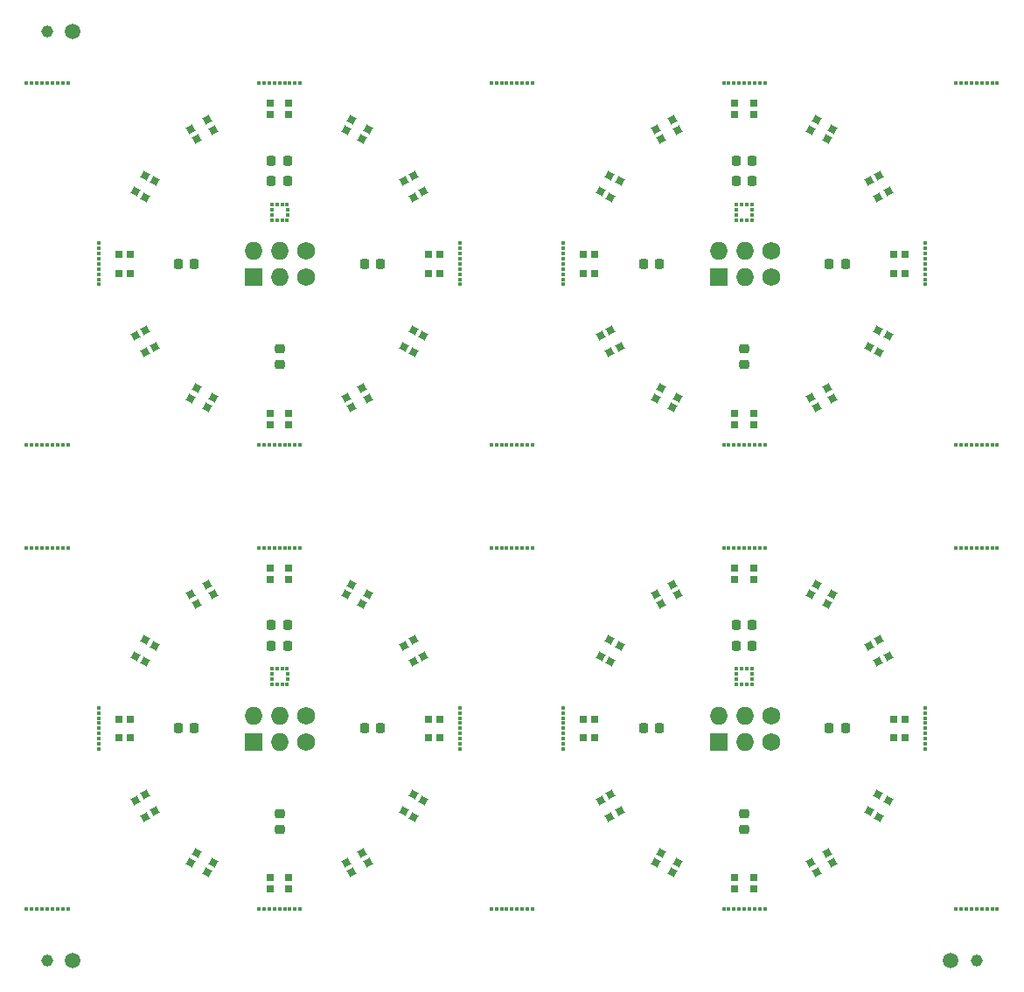
<source format=gts>
%TF.GenerationSoftware,KiCad,Pcbnew,8.99.0-2433-g53022ab347*%
%TF.CreationDate,2024-09-29T16:39:53+02:00*%
%TF.ProjectId,BlinkyLoopSAO_2x2_panel,426c696e-6b79-44c6-9f6f-7053414f5f32,1.0*%
%TF.SameCoordinates,PX2faf080PY2faf080*%
%TF.FileFunction,Soldermask,Top*%
%TF.FilePolarity,Negative*%
%FSLAX46Y46*%
G04 Gerber Fmt 4.6, Leading zero omitted, Abs format (unit mm)*
G04 Created by KiCad (PCBNEW 8.99.0-2433-g53022ab347) date 2024-09-29 16:39:53*
%MOMM*%
%LPD*%
G01*
G04 APERTURE LIST*
G04 Aperture macros list*
%AMRoundRect*
0 Rectangle with rounded corners*
0 $1 Rounding radius*
0 $2 $3 $4 $5 $6 $7 $8 $9 X,Y pos of 4 corners*
0 Add a 4 corners polygon primitive as box body*
4,1,4,$2,$3,$4,$5,$6,$7,$8,$9,$2,$3,0*
0 Add four circle primitives for the rounded corners*
1,1,$1+$1,$2,$3*
1,1,$1+$1,$4,$5*
1,1,$1+$1,$6,$7*
1,1,$1+$1,$8,$9*
0 Add four rect primitives between the rounded corners*
20,1,$1+$1,$2,$3,$4,$5,0*
20,1,$1+$1,$4,$5,$6,$7,0*
20,1,$1+$1,$6,$7,$8,$9,0*
20,1,$1+$1,$8,$9,$2,$3,0*%
%AMRotRect*
0 Rectangle, with rotation*
0 The origin of the aperture is its center*
0 $1 length*
0 $2 width*
0 $3 Rotation angle, in degrees counterclockwise*
0 Add horizontal line*
21,1,$1,$2,0,0,$3*%
G04 Aperture macros list end*
%ADD10C,0.402000*%
%ADD11C,1.152000*%
%ADD12C,1.500000*%
%ADD13RotRect,0.700000X0.700000X240.000000*%
%ADD14R,0.700000X0.700000*%
%ADD15RoundRect,0.225000X0.225000X0.250000X-0.225000X0.250000X-0.225000X-0.250000X0.225000X-0.250000X0*%
%ADD16RoundRect,0.225000X-0.225000X-0.250000X0.225000X-0.250000X0.225000X0.250000X-0.225000X0.250000X0*%
%ADD17RotRect,0.700000X0.700000X60.000000*%
%ADD18RotRect,0.700000X0.700000X120.000000*%
%ADD19O,1.727200X1.727200*%
%ADD20R,1.727200X1.727200*%
%ADD21C,1.727200*%
%ADD22RotRect,0.700000X0.700000X30.000000*%
%ADD23RotRect,0.700000X0.700000X300.000000*%
%ADD24RotRect,0.700000X0.700000X330.000000*%
%ADD25RoundRect,0.225000X0.250000X-0.225000X0.250000X0.225000X-0.250000X0.225000X-0.250000X-0.225000X0*%
%ADD26RotRect,0.700000X0.700000X150.000000*%
%ADD27R,0.350000X0.375000*%
%ADD28R,0.375000X0.350000*%
%ADD29RotRect,0.700000X0.700000X210.000000*%
G04 APERTURE END LIST*
D10*
%TO.C,REF\u002A\u002A*%
X23500000Y-52500000D03*
%TD*%
%TO.C,REF\u002A\u002A*%
X47000000Y-87500000D03*
%TD*%
%TO.C,REF\u002A\u002A*%
X48000000Y-42500000D03*
%TD*%
%TO.C,REF\u002A\u002A*%
X3500000Y-87500000D03*
%TD*%
%TO.C,REF\u002A\u002A*%
X70000000Y-52500000D03*
%TD*%
%TO.C,REF\u002A\u002A*%
X2500000Y-42500000D03*
%TD*%
%TO.C,REF\u002A\u002A*%
X42500000Y-23000000D03*
%TD*%
%TO.C,REF\u002A\u002A*%
X4000000Y-7500000D03*
%TD*%
%TO.C,REF\u002A\u002A*%
X7500000Y-71500000D03*
%TD*%
%TO.C,REF\u002A\u002A*%
X52500000Y-26500000D03*
%TD*%
%TO.C,REF\u002A\u002A*%
X69000000Y-7500000D03*
%TD*%
%TO.C,REF\u002A\u002A*%
X52500000Y-69000000D03*
%TD*%
%TO.C,REF\u002A\u002A*%
X42500000Y-23500000D03*
%TD*%
%TO.C,REF\u002A\u002A*%
X26000000Y-52500000D03*
%TD*%
%TO.C,REF\u002A\u002A*%
X92500000Y-52500000D03*
%TD*%
%TO.C,REF\u002A\u002A*%
X1000000Y-87500000D03*
%TD*%
%TO.C,REF\u002A\u002A*%
X26500000Y-42500000D03*
%TD*%
%TO.C,REF\u002A\u002A*%
X46000000Y-52500000D03*
%TD*%
%TO.C,REF\u002A\u002A*%
X7499998Y-25500000D03*
%TD*%
%TO.C,REF\u002A\u002A*%
X52500000Y-70000000D03*
%TD*%
%TO.C,REF\u002A\u002A*%
X93500000Y-42500000D03*
%TD*%
%TO.C,REF\u002A\u002A*%
X46500000Y-7500000D03*
%TD*%
%TO.C,REF\u002A\u002A*%
X47500000Y-7500000D03*
%TD*%
%TO.C,REF\u002A\u002A*%
X1500000Y-7500000D03*
%TD*%
%TO.C,REF\u002A\u002A*%
X48000000Y-52500000D03*
%TD*%
%TO.C,REF\u002A\u002A*%
X46500000Y-42500000D03*
%TD*%
%TO.C,REF\u002A\u002A*%
X47500000Y-42500000D03*
%TD*%
%TO.C,REF\u002A\u002A*%
X70000000Y-42500000D03*
%TD*%
%TO.C,REF\u002A\u002A*%
X47500000Y-52500000D03*
%TD*%
%TO.C,REF\u002A\u002A*%
X52500000Y-71000000D03*
%TD*%
%TO.C,REF\u002A\u002A*%
X3000000Y-52500000D03*
%TD*%
%TO.C,REF\u002A\u002A*%
X87500000Y-70000000D03*
%TD*%
%TO.C,REF\u002A\u002A*%
X49500000Y-52500000D03*
%TD*%
%TO.C,REF\u002A\u002A*%
X91500000Y-52500000D03*
%TD*%
%TO.C,REF\u002A\u002A*%
X87500000Y-27000000D03*
%TD*%
%TO.C,REF\u002A\u002A*%
X2500000Y-87500000D03*
%TD*%
%TO.C,REF\u002A\u002A*%
X87500002Y-25500000D03*
%TD*%
%TO.C,REF\u002A\u002A*%
X68500000Y-52500000D03*
%TD*%
%TO.C,REF\u002A\u002A*%
X94000000Y-52500000D03*
%TD*%
%TO.C,REF\u002A\u002A*%
X27000000Y-52500000D03*
%TD*%
%TO.C,REF\u002A\u002A*%
X90500000Y-52500000D03*
%TD*%
%TO.C,REF\u002A\u002A*%
X52499998Y-25500000D03*
%TD*%
%TO.C,REF\u002A\u002A*%
X25500000Y-42500002D03*
%TD*%
%TO.C,REF\u002A\u002A*%
X26500000Y-52500000D03*
%TD*%
%TO.C,REF\u002A\u002A*%
X68000000Y-87500000D03*
%TD*%
%TO.C,REF\u002A\u002A*%
X90500000Y-42500000D03*
%TD*%
%TO.C,REF\u002A\u002A*%
X92500000Y-7500000D03*
%TD*%
%TO.C,REF\u002A\u002A*%
X25000000Y-87500000D03*
%TD*%
%TO.C,REF\u002A\u002A*%
X47000000Y-42500000D03*
%TD*%
%TO.C,REF\u002A\u002A*%
X42500000Y-71000000D03*
%TD*%
%TO.C,REF\u002A\u002A*%
X72000000Y-42500000D03*
%TD*%
%TO.C,REF\u002A\u002A*%
X25000000Y-52500000D03*
%TD*%
D11*
%TO.C,REF\u002A\u002A*%
X2500000Y-92500000D03*
%TD*%
D10*
%TO.C,REF\u002A\u002A*%
X42500000Y-72000000D03*
%TD*%
%TO.C,REF\u002A\u002A*%
X2000000Y-52500000D03*
%TD*%
%TO.C,REF\u002A\u002A*%
X49000000Y-7500000D03*
%TD*%
%TO.C,REF\u002A\u002A*%
X4500000Y-7500000D03*
%TD*%
%TO.C,REF\u002A\u002A*%
X42499998Y-24500000D03*
%TD*%
%TO.C,REF\u002A\u002A*%
X4000000Y-87500000D03*
%TD*%
%TO.C,REF\u002A\u002A*%
X4500000Y-52500000D03*
%TD*%
%TO.C,REF\u002A\u002A*%
X92000000Y-87500000D03*
%TD*%
%TO.C,REF\u002A\u002A*%
X69500000Y-42499998D03*
%TD*%
%TO.C,REF\u002A\u002A*%
X45500000Y-87500000D03*
%TD*%
%TO.C,REF\u002A\u002A*%
X7499998Y-70500000D03*
%TD*%
%TO.C,REF\u002A\u002A*%
X87500000Y-68500000D03*
%TD*%
%TO.C,REF\u002A\u002A*%
X87500000Y-23500000D03*
%TD*%
%TO.C,REF\u002A\u002A*%
X45500000Y-7500000D03*
%TD*%
%TO.C,REF\u002A\u002A*%
X48500000Y-87500000D03*
%TD*%
%TO.C,REF\u002A\u002A*%
X7500000Y-25000000D03*
%TD*%
%TO.C,REF\u002A\u002A*%
X52500000Y-27000000D03*
%TD*%
%TO.C,REF\u002A\u002A*%
X87500000Y-24000000D03*
%TD*%
%TO.C,REF\u002A\u002A*%
X7500000Y-26500000D03*
%TD*%
%TO.C,REF\u002A\u002A*%
X26000000Y-87500000D03*
%TD*%
%TO.C,REF\u002A\u002A*%
X87500000Y-26000000D03*
%TD*%
%TO.C,REF\u002A\u002A*%
X2500000Y-52500000D03*
%TD*%
%TO.C,REF\u002A\u002A*%
X42500002Y-70500000D03*
%TD*%
%TO.C,REF\u002A\u002A*%
X90500000Y-7500000D03*
%TD*%
%TO.C,REF\u002A\u002A*%
X49500000Y-42500000D03*
%TD*%
%TO.C,REF\u002A\u002A*%
X45500000Y-52500000D03*
%TD*%
%TO.C,REF\u002A\u002A*%
X7500000Y-70000000D03*
%TD*%
%TO.C,REF\u002A\u002A*%
X71000000Y-42500000D03*
%TD*%
%TO.C,REF\u002A\u002A*%
X24500000Y-42499998D03*
%TD*%
%TO.C,REF\u002A\u002A*%
X90500000Y-87500000D03*
%TD*%
%TO.C,REF\u002A\u002A*%
X52500000Y-72000000D03*
%TD*%
%TO.C,REF\u002A\u002A*%
X1000000Y-42500000D03*
%TD*%
%TO.C,REF\u002A\u002A*%
X70500000Y-7500000D03*
%TD*%
%TO.C,REF\u002A\u002A*%
X52500002Y-69500000D03*
%TD*%
%TO.C,REF\u002A\u002A*%
X1000000Y-52500000D03*
%TD*%
%TO.C,REF\u002A\u002A*%
X49500000Y-87500000D03*
%TD*%
%TO.C,REF\u002A\u002A*%
X45500000Y-42500000D03*
%TD*%
%TO.C,REF\u002A\u002A*%
X72000000Y-7500000D03*
%TD*%
%TO.C,REF\u002A\u002A*%
X27000000Y-7500000D03*
%TD*%
%TO.C,REF\u002A\u002A*%
X1500000Y-52500000D03*
%TD*%
%TO.C,REF\u002A\u002A*%
X49500000Y-7500000D03*
%TD*%
%TO.C,REF\u002A\u002A*%
X2500000Y-7500000D03*
%TD*%
%TO.C,REF\u002A\u002A*%
X42500000Y-25000000D03*
%TD*%
%TO.C,REF\u002A\u002A*%
X2000000Y-7500000D03*
%TD*%
%TO.C,REF\u002A\u002A*%
X42500000Y-26000000D03*
%TD*%
%TO.C,REF\u002A\u002A*%
X47500000Y-87500000D03*
%TD*%
%TO.C,REF\u002A\u002A*%
X93500000Y-52500000D03*
%TD*%
%TO.C,REF\u002A\u002A*%
X46000000Y-42500000D03*
%TD*%
%TO.C,REF\u002A\u002A*%
X70500000Y-42500002D03*
%TD*%
%TO.C,REF\u002A\u002A*%
X7500000Y-26000000D03*
%TD*%
%TO.C,REF\u002A\u002A*%
X72000000Y-87500000D03*
%TD*%
%TO.C,REF\u002A\u002A*%
X7500000Y-68500000D03*
%TD*%
%TO.C,REF\u002A\u002A*%
X52499998Y-70500000D03*
%TD*%
%TO.C,REF\u002A\u002A*%
X92500000Y-87500000D03*
%TD*%
%TO.C,REF\u002A\u002A*%
X91000000Y-52500000D03*
%TD*%
%TO.C,REF\u002A\u002A*%
X23500000Y-87500000D03*
%TD*%
%TO.C,REF\u002A\u002A*%
X42500000Y-68000000D03*
%TD*%
%TO.C,REF\u002A\u002A*%
X69500000Y-87499998D03*
%TD*%
%TO.C,REF\u002A\u002A*%
X7500000Y-68000000D03*
%TD*%
%TO.C,REF\u002A\u002A*%
X42499998Y-69500000D03*
%TD*%
%TO.C,REF\u002A\u002A*%
X68500000Y-42500000D03*
%TD*%
%TO.C,REF\u002A\u002A*%
X3000000Y-87500000D03*
%TD*%
%TO.C,REF\u002A\u002A*%
X24500000Y-87499998D03*
%TD*%
%TO.C,REF\u002A\u002A*%
X94500000Y-7500000D03*
%TD*%
%TO.C,REF\u002A\u002A*%
X91500000Y-7500000D03*
%TD*%
%TO.C,REF\u002A\u002A*%
X26000000Y-42500000D03*
%TD*%
%TO.C,REF\u002A\u002A*%
X42500000Y-70000000D03*
%TD*%
%TO.C,REF\u002A\u002A*%
X26500000Y-87500000D03*
%TD*%
%TO.C,REF\u002A\u002A*%
X7500000Y-23000000D03*
%TD*%
%TO.C,REF\u002A\u002A*%
X2000000Y-87500000D03*
%TD*%
%TO.C,REF\u002A\u002A*%
X87500000Y-68000000D03*
%TD*%
%TO.C,REF\u002A\u002A*%
X7500002Y-24500000D03*
%TD*%
%TO.C,REF\u002A\u002A*%
X87499998Y-24500000D03*
%TD*%
%TO.C,REF\u002A\u002A*%
X42500000Y-26500000D03*
%TD*%
%TO.C,REF\u002A\u002A*%
X26000000Y-7500000D03*
%TD*%
%TO.C,REF\u002A\u002A*%
X49000000Y-52500000D03*
%TD*%
%TO.C,REF\u002A\u002A*%
X94500000Y-87500000D03*
%TD*%
%TO.C,REF\u002A\u002A*%
X87499998Y-69500000D03*
%TD*%
%TO.C,REF\u002A\u002A*%
X93500000Y-7500000D03*
%TD*%
%TO.C,REF\u002A\u002A*%
X48500000Y-52500000D03*
%TD*%
D12*
%TO.C,REF\u002A\u002A*%
X90000000Y-92500000D03*
%TD*%
D10*
%TO.C,REF\u002A\u002A*%
X25000000Y-7500000D03*
%TD*%
D11*
%TO.C,REF\u002A\u002A*%
X92500000Y-92500000D03*
%TD*%
D10*
%TO.C,REF\u002A\u002A*%
X52500000Y-23000000D03*
%TD*%
%TO.C,REF\u002A\u002A*%
X52500000Y-71500000D03*
%TD*%
%TO.C,REF\u002A\u002A*%
X91000000Y-42500000D03*
%TD*%
%TO.C,REF\u002A\u002A*%
X23000000Y-52500000D03*
%TD*%
%TO.C,REF\u002A\u002A*%
X71500000Y-7500000D03*
%TD*%
%TO.C,REF\u002A\u002A*%
X42500000Y-71500000D03*
%TD*%
%TO.C,REF\u002A\u002A*%
X3000000Y-42500000D03*
%TD*%
%TO.C,REF\u002A\u002A*%
X1500000Y-42500000D03*
%TD*%
%TO.C,REF\u002A\u002A*%
X68000000Y-52500000D03*
%TD*%
%TO.C,REF\u002A\u002A*%
X42500000Y-68500000D03*
%TD*%
%TO.C,REF\u002A\u002A*%
X68500000Y-7500000D03*
%TD*%
%TO.C,REF\u002A\u002A*%
X500000Y-7500000D03*
%TD*%
%TO.C,REF\u002A\u002A*%
X3000000Y-7500000D03*
%TD*%
%TO.C,REF\u002A\u002A*%
X25500000Y-87500002D03*
%TD*%
%TO.C,REF\u002A\u002A*%
X69500000Y-52500000D03*
%TD*%
%TO.C,REF\u002A\u002A*%
X500000Y-52500000D03*
%TD*%
%TO.C,REF\u002A\u002A*%
X46000000Y-7500000D03*
%TD*%
%TO.C,REF\u002A\u002A*%
X47000000Y-52500000D03*
%TD*%
%TO.C,REF\u002A\u002A*%
X92000000Y-52500000D03*
%TD*%
%TO.C,REF\u002A\u002A*%
X42500000Y-69000000D03*
%TD*%
%TO.C,REF\u002A\u002A*%
X49000000Y-42500000D03*
%TD*%
%TO.C,REF\u002A\u002A*%
X48500000Y-42500000D03*
%TD*%
%TO.C,REF\u002A\u002A*%
X71000000Y-52500000D03*
%TD*%
%TO.C,REF\u002A\u002A*%
X48000000Y-87500000D03*
%TD*%
%TO.C,REF\u002A\u002A*%
X7500000Y-24000000D03*
%TD*%
%TO.C,REF\u002A\u002A*%
X87500000Y-69000000D03*
%TD*%
%TO.C,REF\u002A\u002A*%
X87500000Y-26500000D03*
%TD*%
%TO.C,REF\u002A\u002A*%
X70000000Y-87500000D03*
%TD*%
%TO.C,REF\u002A\u002A*%
X4000000Y-52500000D03*
%TD*%
%TO.C,REF\u002A\u002A*%
X7500000Y-27000000D03*
%TD*%
%TO.C,REF\u002A\u002A*%
X7500000Y-72000000D03*
%TD*%
%TO.C,REF\u002A\u002A*%
X24500000Y-7500000D03*
%TD*%
%TO.C,REF\u002A\u002A*%
X71500000Y-52500000D03*
%TD*%
%TO.C,REF\u002A\u002A*%
X500000Y-87500000D03*
%TD*%
%TO.C,REF\u002A\u002A*%
X4500000Y-87500000D03*
%TD*%
%TO.C,REF\u002A\u002A*%
X24000000Y-42500000D03*
%TD*%
%TO.C,REF\u002A\u002A*%
X52500000Y-68000000D03*
%TD*%
%TO.C,REF\u002A\u002A*%
X91500000Y-87500000D03*
%TD*%
%TO.C,REF\u002A\u002A*%
X94000000Y-7500000D03*
%TD*%
%TO.C,REF\u002A\u002A*%
X23000000Y-42500000D03*
%TD*%
%TO.C,REF\u002A\u002A*%
X500000Y-42500000D03*
%TD*%
%TO.C,REF\u002A\u002A*%
X3500000Y-42500000D03*
%TD*%
%TO.C,REF\u002A\u002A*%
X46500000Y-52500000D03*
%TD*%
%TO.C,REF\u002A\u002A*%
X68500000Y-87500000D03*
%TD*%
%TO.C,REF\u002A\u002A*%
X47000000Y-7500000D03*
%TD*%
%TO.C,REF\u002A\u002A*%
X1500000Y-87500000D03*
%TD*%
%TO.C,REF\u002A\u002A*%
X87500000Y-72000000D03*
%TD*%
%TO.C,REF\u002A\u002A*%
X69000000Y-87500000D03*
%TD*%
%TO.C,REF\u002A\u002A*%
X25500000Y-7500000D03*
%TD*%
%TO.C,REF\u002A\u002A*%
X46500000Y-87500000D03*
%TD*%
%TO.C,REF\u002A\u002A*%
X68000000Y-42500000D03*
%TD*%
%TO.C,REF\u002A\u002A*%
X69500000Y-7500000D03*
%TD*%
%TO.C,REF\u002A\u002A*%
X23500000Y-42500000D03*
%TD*%
%TO.C,REF\u002A\u002A*%
X87500000Y-23000000D03*
%TD*%
%TO.C,REF\u002A\u002A*%
X3500000Y-7500000D03*
%TD*%
%TO.C,REF\u002A\u002A*%
X48000000Y-7500000D03*
%TD*%
%TO.C,REF\u002A\u002A*%
X92000000Y-42500000D03*
%TD*%
%TO.C,REF\u002A\u002A*%
X2000000Y-42500000D03*
%TD*%
%TO.C,REF\u002A\u002A*%
X49000000Y-87500000D03*
%TD*%
%TO.C,REF\u002A\u002A*%
X1000000Y-7500000D03*
%TD*%
%TO.C,REF\u002A\u002A*%
X70500000Y-52500000D03*
%TD*%
%TO.C,REF\u002A\u002A*%
X94000000Y-87500000D03*
%TD*%
%TO.C,REF\u002A\u002A*%
X52500000Y-26000000D03*
%TD*%
%TO.C,REF\u002A\u002A*%
X69000000Y-42500000D03*
%TD*%
%TO.C,REF\u002A\u002A*%
X94500000Y-52500000D03*
%TD*%
%TO.C,REF\u002A\u002A*%
X42500002Y-25500000D03*
%TD*%
%TO.C,REF\u002A\u002A*%
X71000000Y-87500000D03*
%TD*%
%TO.C,REF\u002A\u002A*%
X52500000Y-68500000D03*
%TD*%
%TO.C,REF\u002A\u002A*%
X92000000Y-7500000D03*
%TD*%
%TO.C,REF\u002A\u002A*%
X93000000Y-7500000D03*
%TD*%
%TO.C,REF\u002A\u002A*%
X87500002Y-70500000D03*
%TD*%
%TO.C,REF\u002A\u002A*%
X4000000Y-42500000D03*
%TD*%
%TO.C,REF\u002A\u002A*%
X25500000Y-52500000D03*
%TD*%
%TO.C,REF\u002A\u002A*%
X24000000Y-87500000D03*
%TD*%
%TO.C,REF\u002A\u002A*%
X71500000Y-42500000D03*
%TD*%
%TO.C,REF\u002A\u002A*%
X25000000Y-42500000D03*
%TD*%
%TO.C,REF\u002A\u002A*%
X4500000Y-42500000D03*
%TD*%
%TO.C,REF\u002A\u002A*%
X92500000Y-42500000D03*
%TD*%
%TO.C,REF\u002A\u002A*%
X94000000Y-42500000D03*
%TD*%
%TO.C,REF\u002A\u002A*%
X24000000Y-7500000D03*
%TD*%
%TO.C,REF\u002A\u002A*%
X70500000Y-87500002D03*
%TD*%
%TO.C,REF\u002A\u002A*%
X93500000Y-87500000D03*
%TD*%
%TO.C,REF\u002A\u002A*%
X93000000Y-52500000D03*
%TD*%
%TO.C,REF\u002A\u002A*%
X24500000Y-52500000D03*
%TD*%
%TO.C,REF\u002A\u002A*%
X27000000Y-42500000D03*
%TD*%
%TO.C,REF\u002A\u002A*%
X52500002Y-24500000D03*
%TD*%
%TO.C,REF\u002A\u002A*%
X26500000Y-7500000D03*
%TD*%
%TO.C,REF\u002A\u002A*%
X87500000Y-25000000D03*
%TD*%
%TO.C,REF\u002A\u002A*%
X91000000Y-7500000D03*
%TD*%
%TO.C,REF\u002A\u002A*%
X93000000Y-87500000D03*
%TD*%
%TO.C,REF\u002A\u002A*%
X91500000Y-42500000D03*
%TD*%
%TO.C,REF\u002A\u002A*%
X7500000Y-69000000D03*
%TD*%
%TO.C,REF\u002A\u002A*%
X42500000Y-27000000D03*
%TD*%
%TO.C,REF\u002A\u002A*%
X71500000Y-87500000D03*
%TD*%
%TO.C,REF\u002A\u002A*%
X87500000Y-71500000D03*
%TD*%
D12*
%TO.C,REF\u002A\u002A*%
X5000000Y-2500000D03*
%TD*%
D10*
%TO.C,REF\u002A\u002A*%
X48500000Y-7500000D03*
%TD*%
%TO.C,REF\u002A\u002A*%
X93000000Y-42500000D03*
%TD*%
%TO.C,REF\u002A\u002A*%
X52500000Y-23500000D03*
%TD*%
%TO.C,REF\u002A\u002A*%
X68000000Y-7500000D03*
%TD*%
%TO.C,REF\u002A\u002A*%
X69000000Y-52500000D03*
%TD*%
%TO.C,REF\u002A\u002A*%
X94500000Y-42500000D03*
%TD*%
%TO.C,REF\u002A\u002A*%
X27000000Y-87500000D03*
%TD*%
%TO.C,REF\u002A\u002A*%
X7500000Y-71000000D03*
%TD*%
%TO.C,REF\u002A\u002A*%
X23500000Y-7500000D03*
%TD*%
%TO.C,REF\u002A\u002A*%
X91000000Y-87500000D03*
%TD*%
D11*
%TO.C,REF\u002A\u002A*%
X2500000Y-2500000D03*
%TD*%
D10*
%TO.C,REF\u002A\u002A*%
X72000000Y-52500000D03*
%TD*%
%TO.C,REF\u002A\u002A*%
X42500000Y-24000000D03*
%TD*%
%TO.C,REF\u002A\u002A*%
X87500000Y-71000000D03*
%TD*%
D12*
%TO.C,REF\u002A\u002A*%
X5000000Y-92500000D03*
%TD*%
D10*
%TO.C,REF\u002A\u002A*%
X52500000Y-25000000D03*
%TD*%
%TO.C,REF\u002A\u002A*%
X52500000Y-24000000D03*
%TD*%
%TO.C,REF\u002A\u002A*%
X23000000Y-7500000D03*
%TD*%
%TO.C,REF\u002A\u002A*%
X70000000Y-7500000D03*
%TD*%
%TO.C,REF\u002A\u002A*%
X3500000Y-52500000D03*
%TD*%
%TO.C,REF\u002A\u002A*%
X46000000Y-87500000D03*
%TD*%
%TO.C,REF\u002A\u002A*%
X7500002Y-69500000D03*
%TD*%
%TO.C,REF\u002A\u002A*%
X7500000Y-23500000D03*
%TD*%
%TO.C,REF\u002A\u002A*%
X23000000Y-87500000D03*
%TD*%
%TO.C,REF\u002A\u002A*%
X24000000Y-52500000D03*
%TD*%
%TO.C,REF\u002A\u002A*%
X71000000Y-7500000D03*
%TD*%
D13*
%TO.C,D10*%
X12943813Y-16982587D03*
X11991186Y-16432585D03*
X11076187Y-18017413D03*
X12028814Y-18567415D03*
%TD*%
D14*
%TO.C,D12*%
X25915000Y-10550000D03*
X25915000Y-9450000D03*
X24085000Y-9450000D03*
X24085000Y-10550000D03*
%TD*%
D15*
%TO.C,C1*%
X25775001Y-15000000D03*
X24224999Y-15000000D03*
%TD*%
D16*
%TO.C,C5*%
X15225000Y-25000000D03*
X16775000Y-25000000D03*
%TD*%
D15*
%TO.C,C2*%
X25775001Y-17000000D03*
X24224999Y-17000000D03*
%TD*%
D14*
%TO.C,D6*%
X24085000Y-39450000D03*
X24085000Y-40550000D03*
X25915000Y-40550000D03*
X25915000Y-39450000D03*
%TD*%
D17*
%TO.C,D4*%
X37056185Y-33017413D03*
X38008814Y-33567413D03*
X38923815Y-31982587D03*
X37971186Y-31432587D03*
%TD*%
D18*
%TO.C,D2*%
X37971186Y-18567415D03*
X38923813Y-18017413D03*
X38008814Y-16432585D03*
X37056187Y-16982587D03*
%TD*%
D14*
%TO.C,D3*%
X39450000Y-25915000D03*
X40550000Y-25915000D03*
X40550000Y-24085000D03*
X39450000Y-24085000D03*
%TD*%
D19*
%TO.C,X1*%
X22520000Y-23750000D03*
D20*
X22520000Y-26290000D03*
D19*
X25060000Y-23750000D03*
X25060000Y-26290000D03*
D21*
X27600000Y-23750000D03*
X27600000Y-26290000D03*
%TD*%
D22*
%TO.C,D5*%
X31432586Y-37971187D03*
X31982587Y-38923814D03*
X33567414Y-38008813D03*
X33017413Y-37056186D03*
%TD*%
D15*
%TO.C,C3*%
X34775001Y-25000000D03*
X33224999Y-25000000D03*
%TD*%
D23*
%TO.C,D8*%
X12028814Y-31432587D03*
X11076186Y-31982588D03*
X11991186Y-33567413D03*
X12943814Y-33017412D03*
%TD*%
D24*
%TO.C,D7*%
X16982587Y-37056186D03*
X16432586Y-38008813D03*
X18017413Y-38923814D03*
X18567414Y-37971187D03*
%TD*%
D25*
%TO.C,C4*%
X25000000Y-34775001D03*
X25000000Y-33224999D03*
%TD*%
D26*
%TO.C,D1*%
X33017414Y-12943815D03*
X33567411Y-11991186D03*
X31982586Y-11076185D03*
X31432589Y-12028814D03*
%TD*%
D27*
%TO.C,U1*%
X24249999Y-20762501D03*
X24750001Y-20762498D03*
X25249999Y-20762500D03*
X25750001Y-20762499D03*
D28*
X25762498Y-20249999D03*
X25762500Y-19750001D03*
D27*
X25750001Y-19237499D03*
X25249999Y-19237502D03*
X24750001Y-19237500D03*
X24249999Y-19237501D03*
D28*
X24237502Y-19750001D03*
X24237500Y-20249999D03*
%TD*%
D14*
%TO.C,D9*%
X10550000Y-24085000D03*
X9450000Y-24085000D03*
X9450000Y-25915000D03*
X10550000Y-25915000D03*
%TD*%
D29*
%TO.C,D11*%
X18567412Y-12028814D03*
X18017411Y-11076186D03*
X16432588Y-11991186D03*
X16982589Y-12943814D03*
%TD*%
D13*
%TO.C,D10*%
X57943813Y-16982587D03*
X56991186Y-16432585D03*
X56076187Y-18017413D03*
X57028814Y-18567415D03*
%TD*%
D14*
%TO.C,D12*%
X70915000Y-10550000D03*
X70915000Y-9450000D03*
X69085000Y-9450000D03*
X69085000Y-10550000D03*
%TD*%
D15*
%TO.C,C1*%
X70775001Y-15000000D03*
X69224999Y-15000000D03*
%TD*%
D16*
%TO.C,C5*%
X60225000Y-25000000D03*
X61775000Y-25000000D03*
%TD*%
D15*
%TO.C,C2*%
X70775001Y-17000000D03*
X69224999Y-17000000D03*
%TD*%
D14*
%TO.C,D6*%
X69085000Y-39450000D03*
X69085000Y-40550000D03*
X70915000Y-40550000D03*
X70915000Y-39450000D03*
%TD*%
D17*
%TO.C,D4*%
X82056185Y-33017413D03*
X83008814Y-33567413D03*
X83923815Y-31982587D03*
X82971186Y-31432587D03*
%TD*%
D18*
%TO.C,D2*%
X82971186Y-18567415D03*
X83923813Y-18017413D03*
X83008814Y-16432585D03*
X82056187Y-16982587D03*
%TD*%
D14*
%TO.C,D3*%
X84450000Y-25915000D03*
X85550000Y-25915000D03*
X85550000Y-24085000D03*
X84450000Y-24085000D03*
%TD*%
D19*
%TO.C,X1*%
X67520000Y-23750000D03*
D20*
X67520000Y-26290000D03*
D19*
X70060000Y-23750000D03*
X70060000Y-26290000D03*
D21*
X72600000Y-23750000D03*
X72600000Y-26290000D03*
%TD*%
D22*
%TO.C,D5*%
X76432586Y-37971187D03*
X76982587Y-38923814D03*
X78567414Y-38008813D03*
X78017413Y-37056186D03*
%TD*%
D15*
%TO.C,C3*%
X79775001Y-25000000D03*
X78224999Y-25000000D03*
%TD*%
D23*
%TO.C,D8*%
X57028814Y-31432587D03*
X56076186Y-31982588D03*
X56991186Y-33567413D03*
X57943814Y-33017412D03*
%TD*%
D24*
%TO.C,D7*%
X61982587Y-37056186D03*
X61432586Y-38008813D03*
X63017413Y-38923814D03*
X63567414Y-37971187D03*
%TD*%
D25*
%TO.C,C4*%
X70000000Y-34775001D03*
X70000000Y-33224999D03*
%TD*%
D26*
%TO.C,D1*%
X78017414Y-12943815D03*
X78567411Y-11991186D03*
X76982586Y-11076185D03*
X76432589Y-12028814D03*
%TD*%
D27*
%TO.C,U1*%
X69249999Y-20762501D03*
X69750001Y-20762498D03*
X70249999Y-20762500D03*
X70750001Y-20762499D03*
D28*
X70762498Y-20249999D03*
X70762500Y-19750001D03*
D27*
X70750001Y-19237499D03*
X70249999Y-19237502D03*
X69750001Y-19237500D03*
X69249999Y-19237501D03*
D28*
X69237502Y-19750001D03*
X69237500Y-20249999D03*
%TD*%
D14*
%TO.C,D9*%
X55550000Y-24085000D03*
X54450000Y-24085000D03*
X54450000Y-25915000D03*
X55550000Y-25915000D03*
%TD*%
D29*
%TO.C,D11*%
X63567412Y-12028814D03*
X63017411Y-11076186D03*
X61432588Y-11991186D03*
X61982589Y-12943814D03*
%TD*%
D13*
%TO.C,D10*%
X12943813Y-61982587D03*
X11991186Y-61432585D03*
X11076187Y-63017413D03*
X12028814Y-63567415D03*
%TD*%
D14*
%TO.C,D12*%
X25915000Y-55550000D03*
X25915000Y-54450000D03*
X24085000Y-54450000D03*
X24085000Y-55550000D03*
%TD*%
D15*
%TO.C,C1*%
X25775001Y-60000000D03*
X24224999Y-60000000D03*
%TD*%
D16*
%TO.C,C5*%
X15225000Y-70000000D03*
X16775000Y-70000000D03*
%TD*%
D15*
%TO.C,C2*%
X25775001Y-62000000D03*
X24224999Y-62000000D03*
%TD*%
D14*
%TO.C,D6*%
X24085000Y-84450000D03*
X24085000Y-85550000D03*
X25915000Y-85550000D03*
X25915000Y-84450000D03*
%TD*%
D17*
%TO.C,D4*%
X37056185Y-78017413D03*
X38008814Y-78567413D03*
X38923815Y-76982587D03*
X37971186Y-76432587D03*
%TD*%
D18*
%TO.C,D2*%
X37971186Y-63567415D03*
X38923813Y-63017413D03*
X38008814Y-61432585D03*
X37056187Y-61982587D03*
%TD*%
D14*
%TO.C,D3*%
X39450000Y-70915000D03*
X40550000Y-70915000D03*
X40550000Y-69085000D03*
X39450000Y-69085000D03*
%TD*%
D19*
%TO.C,X1*%
X22520000Y-68750000D03*
D20*
X22520000Y-71290000D03*
D19*
X25060000Y-68750000D03*
X25060000Y-71290000D03*
D21*
X27600000Y-68750000D03*
X27600000Y-71290000D03*
%TD*%
D22*
%TO.C,D5*%
X31432586Y-82971187D03*
X31982587Y-83923814D03*
X33567414Y-83008813D03*
X33017413Y-82056186D03*
%TD*%
D15*
%TO.C,C3*%
X34775001Y-70000000D03*
X33224999Y-70000000D03*
%TD*%
D23*
%TO.C,D8*%
X12028814Y-76432587D03*
X11076186Y-76982588D03*
X11991186Y-78567413D03*
X12943814Y-78017412D03*
%TD*%
D24*
%TO.C,D7*%
X16982587Y-82056186D03*
X16432586Y-83008813D03*
X18017413Y-83923814D03*
X18567414Y-82971187D03*
%TD*%
D25*
%TO.C,C4*%
X25000000Y-79775001D03*
X25000000Y-78224999D03*
%TD*%
D26*
%TO.C,D1*%
X33017414Y-57943815D03*
X33567411Y-56991186D03*
X31982586Y-56076185D03*
X31432589Y-57028814D03*
%TD*%
D27*
%TO.C,U1*%
X24249999Y-65762501D03*
X24750001Y-65762498D03*
X25249999Y-65762500D03*
X25750001Y-65762499D03*
D28*
X25762498Y-65249999D03*
X25762500Y-64750001D03*
D27*
X25750001Y-64237499D03*
X25249999Y-64237502D03*
X24750001Y-64237500D03*
X24249999Y-64237501D03*
D28*
X24237502Y-64750001D03*
X24237500Y-65249999D03*
%TD*%
D14*
%TO.C,D9*%
X10550000Y-69085000D03*
X9450000Y-69085000D03*
X9450000Y-70915000D03*
X10550000Y-70915000D03*
%TD*%
D29*
%TO.C,D11*%
X18567412Y-57028814D03*
X18017411Y-56076186D03*
X16432588Y-56991186D03*
X16982589Y-57943814D03*
%TD*%
D13*
%TO.C,D10*%
X57943813Y-61982587D03*
X56991186Y-61432585D03*
X56076187Y-63017413D03*
X57028814Y-63567415D03*
%TD*%
D14*
%TO.C,D12*%
X70915000Y-55550000D03*
X70915000Y-54450000D03*
X69085000Y-54450000D03*
X69085000Y-55550000D03*
%TD*%
D15*
%TO.C,C1*%
X70775001Y-60000000D03*
X69224999Y-60000000D03*
%TD*%
D16*
%TO.C,C5*%
X60225000Y-70000000D03*
X61775000Y-70000000D03*
%TD*%
D15*
%TO.C,C2*%
X70775001Y-62000000D03*
X69224999Y-62000000D03*
%TD*%
D14*
%TO.C,D6*%
X69085000Y-84450000D03*
X69085000Y-85550000D03*
X70915000Y-85550000D03*
X70915000Y-84450000D03*
%TD*%
D17*
%TO.C,D4*%
X82056185Y-78017413D03*
X83008814Y-78567413D03*
X83923815Y-76982587D03*
X82971186Y-76432587D03*
%TD*%
D18*
%TO.C,D2*%
X82971186Y-63567415D03*
X83923813Y-63017413D03*
X83008814Y-61432585D03*
X82056187Y-61982587D03*
%TD*%
D14*
%TO.C,D3*%
X84450000Y-70915000D03*
X85550000Y-70915000D03*
X85550000Y-69085000D03*
X84450000Y-69085000D03*
%TD*%
D19*
%TO.C,X1*%
X67520000Y-68750000D03*
D20*
X67520000Y-71290000D03*
D19*
X70060000Y-68750000D03*
X70060000Y-71290000D03*
D21*
X72600000Y-68750000D03*
X72600000Y-71290000D03*
%TD*%
D22*
%TO.C,D5*%
X76432586Y-82971187D03*
X76982587Y-83923814D03*
X78567414Y-83008813D03*
X78017413Y-82056186D03*
%TD*%
D15*
%TO.C,C3*%
X79775001Y-70000000D03*
X78224999Y-70000000D03*
%TD*%
D23*
%TO.C,D8*%
X57028814Y-76432587D03*
X56076186Y-76982588D03*
X56991186Y-78567413D03*
X57943814Y-78017412D03*
%TD*%
D24*
%TO.C,D7*%
X61982587Y-82056186D03*
X61432586Y-83008813D03*
X63017413Y-83923814D03*
X63567414Y-82971187D03*
%TD*%
D25*
%TO.C,C4*%
X70000000Y-79775001D03*
X70000000Y-78224999D03*
%TD*%
D26*
%TO.C,D1*%
X78017414Y-57943815D03*
X78567411Y-56991186D03*
X76982586Y-56076185D03*
X76432589Y-57028814D03*
%TD*%
D27*
%TO.C,U1*%
X69249999Y-65762501D03*
X69750001Y-65762498D03*
X70249999Y-65762500D03*
X70750001Y-65762499D03*
D28*
X70762498Y-65249999D03*
X70762500Y-64750001D03*
D27*
X70750001Y-64237499D03*
X70249999Y-64237502D03*
X69750001Y-64237500D03*
X69249999Y-64237501D03*
D28*
X69237502Y-64750001D03*
X69237500Y-65249999D03*
%TD*%
D14*
%TO.C,D9*%
X55550000Y-69085000D03*
X54450000Y-69085000D03*
X54450000Y-70915000D03*
X55550000Y-70915000D03*
%TD*%
D29*
%TO.C,D11*%
X63567412Y-57028814D03*
X63017411Y-56076186D03*
X61432588Y-56991186D03*
X61982589Y-57943814D03*
%TD*%
M02*

</source>
